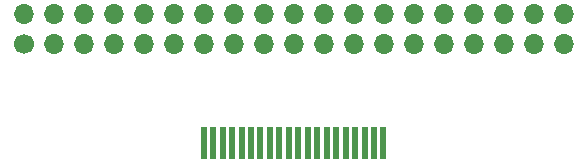
<source format=gbr>
%TF.GenerationSoftware,KiCad,Pcbnew,7.0.9*%
%TF.CreationDate,2023-11-20T12:28:54+01:00*%
%TF.ProjectId,perfboardCard,70657266-626f-4617-9264-436172642e6b,rev?*%
%TF.SameCoordinates,Original*%
%TF.FileFunction,Soldermask,Bot*%
%TF.FilePolarity,Negative*%
%FSLAX46Y46*%
G04 Gerber Fmt 4.6, Leading zero omitted, Abs format (unit mm)*
G04 Created by KiCad (PCBNEW 7.0.9) date 2023-11-20 12:28:54*
%MOMM*%
%LPD*%
G01*
G04 APERTURE LIST*
%ADD10O,1.700000X1.700000*%
%ADD11C,1.700000*%
%ADD12R,0.550000X2.800000*%
G04 APERTURE END LIST*
D10*
%TO.C,J2*%
X127796000Y-94996000D03*
X127796000Y-97536000D03*
X125256000Y-94996000D03*
X125256000Y-97536000D03*
X122716000Y-94996000D03*
X122716000Y-97536000D03*
X120176000Y-94996000D03*
X120176000Y-97536000D03*
X117636000Y-94996000D03*
X117636000Y-97536000D03*
X115096000Y-94996000D03*
X115096000Y-97536000D03*
X112556000Y-94996000D03*
X112556000Y-97536000D03*
X110016000Y-94996000D03*
X110016000Y-97536000D03*
X107476000Y-94996000D03*
X107476000Y-97536000D03*
X104936000Y-94996000D03*
X104936000Y-97536000D03*
X102396000Y-94996000D03*
X102396000Y-97536000D03*
X99856000Y-94996000D03*
X99856000Y-97536000D03*
X97316000Y-94996000D03*
X97316000Y-97536000D03*
X94776000Y-94996000D03*
X94776000Y-97536000D03*
X92236000Y-94996000D03*
X92236000Y-97536000D03*
X89696000Y-94996000D03*
X89696000Y-97536000D03*
X87156000Y-94996000D03*
X87156000Y-97536000D03*
X84616000Y-94996000D03*
X84616000Y-97536000D03*
X82076000Y-94996000D03*
D11*
X82076000Y-97536000D03*
%TD*%
D12*
%TO.C,J1*%
X97292000Y-105918000D03*
X98092000Y-105918000D03*
X98892000Y-105918000D03*
X99692000Y-105918000D03*
X100492000Y-105918000D03*
X101292000Y-105918000D03*
X102092000Y-105918000D03*
X102892000Y-105918000D03*
X103692000Y-105918000D03*
X104492000Y-105918000D03*
X105307000Y-105918000D03*
X106107000Y-105918000D03*
X106907000Y-105918000D03*
X107707000Y-105918000D03*
X108507000Y-105918000D03*
X109307000Y-105918000D03*
X110107000Y-105918000D03*
X110907000Y-105918000D03*
X111707000Y-105918000D03*
X112507000Y-105918000D03*
%TD*%
M02*

</source>
